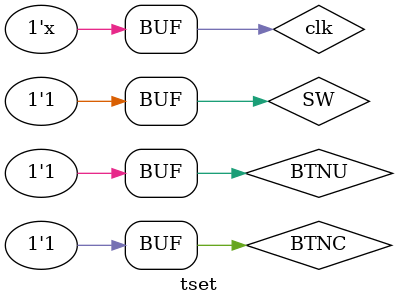
<source format=v>
`timescale 1ns / 1ps


module tset(

    );
    reg SW;
    reg BTNC;
    reg BTNU;
    reg clk;
    wire led;
    Lab05 test(
    .SW (SW),
    .BTNC (BTNC),
    .BTNU (BTNU),
    .CLK50MHZ (clk),
    .LED (led)
    );
    always #5 clk=~clk;
    initial 
    begin
    SW=1;
    BTNU=1;
    clk=0;
    BTNC=1;
    #10 BTNC=0;
    #10 BTNC=1;
    #10 BTNC=0;
    #10 BTNC=0;
    #10 BTNC=0;
    #10 BTNC=0;
    #10 BTNC=0;
    #10 BTNC=0;
    #10 BTNC=1;
    SW=1;
    #10 BTNC=0;
        #10 BTNC=1;
        #10 BTNC=0;
        #10 BTNC=0;
        #10 BTNC=0;
        #10 BTNC=0;
        #10 BTNC=0;
        #10 BTNC=0;
        #10 BTNC=1;
    SW=0;
    #10 BTNC=0;
        #10 BTNC=1;
        #10 BTNC=0;
        #10 BTNC=0;
        #10 BTNC=0;
        #10 BTNC=0;
        #10 BTNC=0;
        #10 BTNC=0;
        #10 BTNC=1;
     SW=1;
     #10 BTNC=0;
         #10 BTNC=1;
         #10 BTNC=0;
         #10 BTNC=0;
         #10 BTNC=0;
         #10 BTNC=0;
         #10 BTNC=0;
         #10 BTNC=0;
         #10 BTNC=1;
     SW=1;
    end
endmodule

</source>
